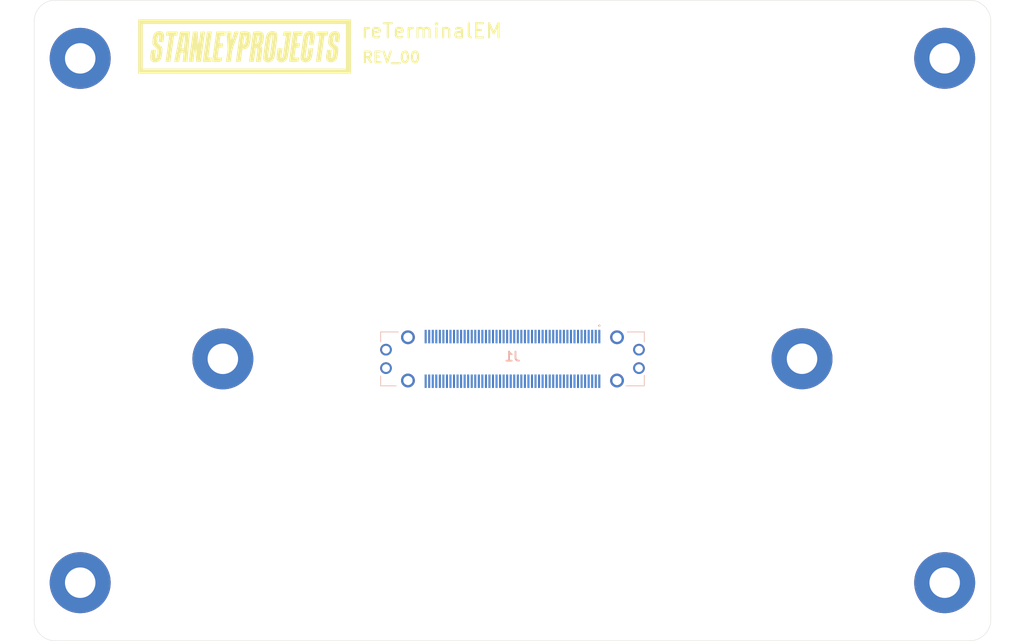
<source format=kicad_pcb>
(kicad_pcb (version 20211014) (generator pcbnew)
  (title_block (title "reTerminalEM") (date "2022-06-22") (rev "REV_00") (company "StanleyProjects.com"))
  (layers (0 "F.Cu" signal) (31 "B.Cu" signal) (34 "B.Paste" user) (35 "F.Paste" user) (36 "B.SilkS" user "B.Silkscreen") (37 "F.SilkS" user "F.Silkscreen") (38 "B.Mask" user) (39 "F.Mask" user) (44 "Edge.Cuts" user))
  (net 0 "")
  (net 1 "GND")
  (net 2 "+3V3")
  (net 3 "+5V")
  (footprint "MountingHole:MountingHole_4.3mm_M4_Pad" (layer "F.Cu") (at 88.61 135.5)
    (fp_text reference "REF*" hide)
    (fp_text value "MountingHole_4.3mm_M4_Pad")
    (pad "1" thru_hole circle locked (at 0.05 0) (size 8.6 8.6) (drill 4.3) (layers *.Cu *.Mask))
  )
  (footprint "MountingHole:MountingHole_4.3mm_M4_Pad" (layer "F.Cu") (at 108.74 103.91)
    (fp_text reference "REF**" hide)
    (fp_text value "MountingHole_4.3mm_M4_Pad")
    (pad "1" thru_hole circle locked (at 0.05 0) (size 8.6 8.6) (drill 4.3) (layers *.Cu *.Mask))
  )
  (footprint "MountingHole:MountingHole_4.3mm_M4_Pad" (layer "F.Cu") (at 190.52 103.9)
    (fp_text reference "REF**" hide)
    (fp_text value "MountingHole_4.3mm_M4_Pad")
    (pad "1" thru_hole circle locked (at 0 0) (size 8.6 8.6) (drill 4.3) (layers *.Cu *.Mask))
  )
  (footprint "MountingHole:MountingHole_4.3mm_M4_Pad" (layer "F.Cu") (at 88.61 61.51)
    (fp_text reference "REF**" hide)
    (fp_text value "MountingHole_4.3mm_M4_Pad")
    (pad "1" thru_hole circle locked (at 0.05 0) (size 8.6 8.6) (drill 4.3) (layers *.Cu *.Mask))
  )
  (footprint "MountingHole:MountingHole_4.3mm_M4_Pad" (layer "F.Cu") (at 210.6 135.5)
    (fp_text reference "REF**" hide)
    (fp_text value "MountingHole_4.3mm_M4_Pad")
    (pad "1" thru_hole circle locked (at 0.05 0) (size 8.6 8.6) (drill 4.3) (layers *.Cu *.Mask))
  )
  (footprint "StanleyProjects:X_Logo_stanleyprojects_30mm" (layer "F.Cu") (at 111.85 59.82)
    (fp_text reference "G***" hide)
    (fp_text value "LOGO" hide)
  )
  (footprint "MountingHole:MountingHole_4.3mm_M4_Pad" (layer "F.Cu") (at 210.6 61.5)
    (fp_text reference "REF**" hide)
    (fp_text value "MountingHole_4.3mm_M4_Pad")
    (pad "1" thru_hole circle locked (at 0.05 0) (size 8.6 8.6) (drill 4.3) (layers *.Cu *.Mask))
  )
  (footprint "reTerminalModule:FX23-100S-0.5SV" (layer "B.Cu") (at 149.6604 103.9196 180)
    (fp_text reference "J1" (at 0 0.325) (layer "B.SilkS") (effects (font (size 1.27 1.27) (thickness 0.254)) (justify mirror)))
    (fp_text value "FX23-100S-0.5SV" hide)
    (pad "1" smd rect locked (at -12.25 3.15 180) (size 0.3 1.9) (layers "B.Cu" "B.Paste" "B.Mask") (net 1 "GND"))
    (pad "2" smd rect locked (at -11.75 3.15 180) (size 0.3 1.9) (layers "B.Cu" "B.Paste" "B.Mask") (net 1 "GND"))
    (pad "3" smd rect locked (at -11.25 3.15 180) (size 0.3 1.9) (layers "B.Cu" "B.Paste" "B.Mask"))
    (pad "4" smd rect locked (at -10.75 3.15 180) (size 0.3 1.9) (layers "B.Cu" "B.Paste" "B.Mask"))
    (pad "5" smd rect locked (at -10.25 3.15 180) (size 0.3 1.9) (layers "B.Cu" "B.Paste" "B.Mask"))
    (pad "6" smd rect locked (at -9.75 3.15 180) (size 0.3 1.9) (layers "B.Cu" "B.Paste" "B.Mask"))
    (pad "7" smd rect locked (at -9.25 3.15 180) (size 0.3 1.9) (layers "B.Cu" "B.Paste" "B.Mask"))
    (pad "8" smd rect locked (at -8.75 3.15 180) (size 0.3 1.9) (layers "B.Cu" "B.Paste" "B.Mask") (net 1 "GND"))
    (pad "9" smd rect locked (at -8.25 3.15 180) (size 0.3 1.9) (layers "B.Cu" "B.Paste" "B.Mask"))
    (pad "10" smd rect locked (at -7.75 3.15 180) (size 0.3 1.9) (layers "B.Cu" "B.Paste" "B.Mask"))
    (pad "11" smd rect locked (at -7.25 3.15 180) (size 0.3 1.9) (layers "B.Cu" "B.Paste" "B.Mask") (net 1 "GND"))
    (pad "12" smd rect locked (at -6.75 3.15 180) (size 0.3 1.9) (layers "B.Cu" "B.Paste" "B.Mask"))
    (pad "13" smd rect locked (at -6.25 3.15 180) (size 0.3 1.9) (layers "B.Cu" "B.Paste" "B.Mask"))
    (pad "14" smd rect locked (at -5.75 3.15 180) (size 0.3 1.9) (layers "B.Cu" "B.Paste" "B.Mask") (net 1 "GND"))
    (pad "15" smd rect locked (at -5.25 3.15 180) (size 0.3 1.9) (layers "B.Cu" "B.Paste" "B.Mask"))
    (pad "16" smd rect locked (at -4.75 3.15 180) (size 0.3 1.9) (layers "B.Cu" "B.Paste" "B.Mask"))
    (pad "17" smd rect locked (at -4.25 3.15 180) (size 0.3 1.9) (layers "B.Cu" "B.Paste" "B.Mask"))
    (pad "18" smd rect locked (at -3.75 3.15 180) (size 0.3 1.9) (layers "B.Cu" "B.Paste" "B.Mask"))
    (pad "19" smd rect locked (at -3.25 3.15 180) (size 0.3 1.9) (layers "B.Cu" "B.Paste" "B.Mask"))
    (pad "20" smd rect locked (at -2.75 3.15 180) (size 0.3 1.9) (layers "B.Cu" "B.Paste" "B.Mask") (net 1 "GND"))
    (pad "21" smd rect locked (at -2.25 3.15 180) (size 0.3 1.9) (layers "B.Cu" "B.Paste" "B.Mask"))
    (pad "22" smd rect locked (at -1.75 3.15 180) (size 0.3 1.9) (layers "B.Cu" "B.Paste" "B.Mask"))
    (pad "23" smd rect locked (at -1.25 3.15 180) (size 0.3 1.9) (layers "B.Cu" "B.Paste" "B.Mask") (net 1 "GND"))
    (pad "24" smd rect locked (at -0.75 3.15 180) (size 0.3 1.9) (layers "B.Cu" "B.Paste" "B.Mask"))
    (pad "25" smd rect locked (at -0.25 3.15 180) (size 0.3 1.9) (layers "B.Cu" "B.Paste" "B.Mask"))
    (pad "26" smd rect locked (at 0.25 3.15 180) (size 0.3 1.9) (layers "B.Cu" "B.Paste" "B.Mask") (net 1 "GND"))
    (pad "27" smd rect locked (at 0.75 3.15 180) (size 0.3 1.9) (layers "B.Cu" "B.Paste" "B.Mask"))
    (pad "28" smd rect locked (at 1.25 3.15 180) (size 0.3 1.9) (layers "B.Cu" "B.Paste" "B.Mask"))
    (pad "29" smd rect locked (at 1.75 3.15 180) (size 0.3 1.9) (layers "B.Cu" "B.Paste" "B.Mask"))
    (pad "30" smd rect locked (at 2.25 3.15 180) (size 0.3 1.9) (layers "B.Cu" "B.Paste" "B.Mask"))
    (pad "31" smd rect locked (at 2.75 3.15 180) (size 0.3 1.9) (layers "B.Cu" "B.Paste" "B.Mask"))
    (pad "32" smd rect locked (at 3.25 3.15 180) (size 0.3 1.9) (layers "B.Cu" "B.Paste" "B.Mask") (net 1 "GND"))
    (pad "33" smd rect locked (at 3.75 3.15 180) (size 0.3 1.9) (layers "B.Cu" "B.Paste" "B.Mask"))
    (pad "34" smd rect locked (at 4.25 3.15 180) (size 0.3 1.9) (layers "B.Cu" "B.Paste" "B.Mask"))
    (pad "35" smd rect locked (at 4.75 3.15 180) (size 0.3 1.9) (layers "B.Cu" "B.Paste" "B.Mask"))
    (pad "36" smd rect locked (at 5.25 3.15 180) (size 0.3 1.9) (layers "B.Cu" "B.Paste" "B.Mask"))
    (pad "37" smd rect locked (at 5.75 3.15 180) (size 0.3 1.9) (layers "B.Cu" "B.Paste" "B.Mask"))
    (pad "38" smd rect locked (at 6.25 3.15 180) (size 0.3 1.9) (layers "B.Cu" "B.Paste" "B.Mask") (net 1 "GND"))
    (pad "39" smd rect locked (at 6.75 3.15 180) (size 0.3 1.9) (layers "B.Cu" "B.Paste" "B.Mask"))
    (pad "40" smd rect locked (at 7.25 3.15 180) (size 0.3 1.9) (layers "B.Cu" "B.Paste" "B.Mask"))
    (pad "41" smd rect locked (at 7.75 3.15 180) (size 0.3 1.9) (layers "B.Cu" "B.Paste" "B.Mask"))
    (pad "42" smd rect locked (at 8.25 3.15 180) (size 0.3 1.9) (layers "B.Cu" "B.Paste" "B.Mask"))
    (pad "43" smd rect locked (at 8.75 3.15 180) (size 0.3 1.9) (layers "B.Cu" "B.Paste" "B.Mask"))
    (pad "44" smd rect locked (at 9.25 3.15 180) (size 0.3 1.9) (layers "B.Cu" "B.Paste" "B.Mask") (net 1 "GND"))
    (pad "45" smd rect locked (at 9.75 3.15 180) (size 0.3 1.9) (layers "B.Cu" "B.Paste" "B.Mask"))
    (pad "46" smd rect locked (at 10.25 3.15 180) (size 0.3 1.9) (layers "B.Cu" "B.Paste" "B.Mask"))
    (pad "47" smd rect locked (at 10.75 3.15 180) (size 0.3 1.9) (layers "B.Cu" "B.Paste" "B.Mask"))
    (pad "48" smd rect locked (at 11.25 3.15 180) (size 0.3 1.9) (layers "B.Cu" "B.Paste" "B.Mask"))
    (pad "49" smd rect locked (at 11.75 3.15 180) (size 0.3 1.9) (layers "B.Cu" "B.Paste" "B.Mask"))
    (pad "50" smd rect locked (at 12.25 3.15 180) (size 0.3 1.9) (layers "B.Cu" "B.Paste" "B.Mask") (net 1 "GND"))
    (pad "51" smd rect locked (at -12.25 -3.15 180) (size 0.3 1.9) (layers "B.Cu" "B.Paste" "B.Mask"))
    (pad "52" smd rect locked (at -11.75 -3.15 180) (size 0.3 1.9) (layers "B.Cu" "B.Paste" "B.Mask"))
    (pad "53" smd rect locked (at -11.25 -3.15 180) (size 0.3 1.9) (layers "B.Cu" "B.Paste" "B.Mask"))
    (pad "54" smd rect locked (at -10.75 -3.15 180) (size 0.3 1.9) (layers "B.Cu" "B.Paste" "B.Mask"))
    (pad "55" smd rect locked (at -10.25 -3.15 180) (size 0.3 1.9) (layers "B.Cu" "B.Paste" "B.Mask"))
    (pad "56" smd rect locked (at -9.75 -3.15 180) (size 0.3 1.9) (layers "B.Cu" "B.Paste" "B.Mask") (net 1 "GND"))
    (pad "57" smd rect locked (at -9.25 -3.15 180) (size 0.3 1.9) (layers "B.Cu" "B.Paste" "B.Mask"))
    (pad "58" smd rect locked (at -8.75 -3.15 180) (size 0.3 1.9) (layers "B.Cu" "B.Paste" "B.Mask"))
    (pad "59" smd rect locked (at -8.25 -3.15 180) (size 0.3 1.9) (layers "B.Cu" "B.Paste" "B.Mask"))
    (pad "60" smd rect locked (at -7.75 -3.15 180) (size 0.3 1.9) (layers "B.Cu" "B.Paste" "B.Mask"))
    (pad "61" smd rect locked (at -7.25 -3.15 180) (size 0.3 1.9) (layers "B.Cu" "B.Paste" "B.Mask"))
    (pad "62" smd rect locked (at -6.75 -3.15 180) (size 0.3 1.9) (layers "B.Cu" "B.Paste" "B.Mask") (net 1 "GND"))
    (pad "63" smd rect locked (at -6.25 -3.15 180) (size 0.3 1.9) (layers "B.Cu" "B.Paste" "B.Mask") (net 1 "GND"))
    (pad "64" smd rect locked (at -5.75 -3.15 180) (size 0.3 1.9) (layers "B.Cu" "B.Paste" "B.Mask"))
    (pad "65" smd rect locked (at -5.25 -3.15 180) (size 0.3 1.9) (layers "B.Cu" "B.Paste" "B.Mask"))
    (pad "66" smd rect locked (at -4.75 -3.15 180) (size 0.3 1.9) (layers "B.Cu" "B.Paste" "B.Mask"))
    (pad "67" smd rect locked (at -4.25 -3.15 180) (size 0.3 1.9) (layers "B.Cu" "B.Paste" "B.Mask"))
    (pad "68" smd rect locked (at -3.75 -3.15 180) (size 0.3 1.9) (layers "B.Cu" "B.Paste" "B.Mask") (net 1 "GND"))
    (pad "69" smd rect locked (at -3.25 -3.15 180) (size 0.3 1.9) (layers "B.Cu" "B.Paste" "B.Mask"))
    (pad "70" smd rect locked (at -2.75 -3.15 180) (size 0.3 1.9) (layers "B.Cu" "B.Paste" "B.Mask"))
    (pad "71" smd rect locked (at -2.25 -3.15 180) (size 0.3 1.9) (layers "B.Cu" "B.Paste" "B.Mask"))
    (pad "72" smd rect locked (at -1.75 -3.15 180) (size 0.3 1.9) (layers "B.Cu" "B.Paste" "B.Mask"))
    (pad "73" smd rect locked (at -1.25 -3.15 180) (size 0.3 1.9) (layers "B.Cu" "B.Paste" "B.Mask"))
    (pad "74" smd rect locked (at -0.75 -3.15 180) (size 0.3 1.9) (layers "B.Cu" "B.Paste" "B.Mask") (net 1 "GND"))
    (pad "75" smd rect locked (at -0.25 -3.15 180) (size 0.3 1.9) (layers "B.Cu" "B.Paste" "B.Mask"))
    (pad "76" smd rect locked (at 0.25 -3.15 180) (size 0.3 1.9) (layers "B.Cu" "B.Paste" "B.Mask"))
    (pad "77" smd rect locked (at 0.75 -3.15 180) (size 0.3 1.9) (layers "B.Cu" "B.Paste" "B.Mask"))
    (pad "78" smd rect locked (at 1.25 -3.15 180) (size 0.3 1.9) (layers "B.Cu" "B.Paste" "B.Mask"))
    (pad "79" smd rect locked (at 1.75 -3.15 180) (size 0.3 1.9) (layers "B.Cu" "B.Paste" "B.Mask"))
    (pad "80" smd rect locked (at 2.25 -3.15 180) (size 0.3 1.9) (layers "B.Cu" "B.Paste" "B.Mask"))
    (pad "81" smd rect locked (at 2.75 -3.15 180) (size 0.3 1.9) (layers "B.Cu" "B.Paste" "B.Mask"))
    (pad "82" smd rect locked (at 3.25 -3.15 180) (size 0.3 1.9) (layers "B.Cu" "B.Paste" "B.Mask"))
    (pad "83" smd rect locked (at 3.75 -3.15 180) (size 0.3 1.9) (layers "B.Cu" "B.Paste" "B.Mask"))
    (pad "84" smd rect locked (at 4.25 -3.15 180) (size 0.3 1.9) (layers "B.Cu" "B.Paste" "B.Mask"))
    (pad "85" smd rect locked (at 4.75 -3.15 180) (size 0.3 1.9) (layers "B.Cu" "B.Paste" "B.Mask"))
    (pad "86" smd rect locked (at 5.25 -3.15 180) (size 0.3 1.9) (layers "B.Cu" "B.Paste" "B.Mask"))
    (pad "87" smd rect locked (at 5.75 -3.15 180) (size 0.3 1.9) (layers "B.Cu" "B.Paste" "B.Mask"))
    (pad "88" smd rect locked (at 6.25 -3.15 180) (size 0.3 1.9) (layers "B.Cu" "B.Paste" "B.Mask"))
    (pad "89" smd rect locked (at 6.75 -3.15 180) (size 0.3 1.9) (layers "B.Cu" "B.Paste" "B.Mask"))
    (pad "90" smd rect locked (at 7.25 -3.15 180) (size 0.3 1.9) (layers "B.Cu" "B.Paste" "B.Mask"))
    (pad "91" smd rect locked (at 7.75 -3.15 180) (size 0.3 1.9) (layers "B.Cu" "B.Paste" "B.Mask"))
    (pad "92" smd rect locked (at 8.25 -3.15 180) (size 0.3 1.9) (layers "B.Cu" "B.Paste" "B.Mask"))
    (pad "93" smd rect locked (at 8.75 -3.15 180) (size 0.3 1.9) (layers "B.Cu" "B.Paste" "B.Mask"))
    (pad "94" smd rect locked (at 9.25 -3.15 180) (size 0.3 1.9) (layers "B.Cu" "B.Paste" "B.Mask"))
    (pad "95" smd rect locked (at 9.75 -3.15 180) (size 0.3 1.9) (layers "B.Cu" "B.Paste" "B.Mask"))
    (pad "96" smd rect locked (at 10.25 -3.15 180) (size 0.3 1.9) (layers "B.Cu" "B.Paste" "B.Mask"))
    (pad "97" smd rect locked (at 10.75 -3.15 180) (size 0.3 1.9) (layers "B.Cu" "B.Paste" "B.Mask"))
    (pad "98" smd rect locked (at 11.25 -3.15 180) (size 0.3 1.9) (layers "B.Cu" "B.Paste" "B.Mask"))
    (pad "99" smd rect locked (at 11.75 -3.15 180) (size 0.3 1.9) (layers "B.Cu" "B.Paste" "B.Mask"))
    (pad "100" smd rect locked (at 12.25 -3.15 180) (size 0.3 1.9) (layers "B.Cu" "B.Paste" "B.Mask"))
    (pad "MH1" thru_hole circle locked (at -17.85 1.3 180) (size 1.65 1.65) (drill 1.1) (layers *.Cu *.Mask) (net 1 "GND"))
    (pad "MH2" thru_hole circle locked (at 17.85 1.3 180) (size 1.65 1.65) (drill 1.1) (layers *.Cu *.Mask) (net 1 "GND"))
    (pad "MH3" thru_hole circle locked (at -17.85 -1.3 180) (size 1.65 1.65) (drill 1.1) (layers *.Cu *.Mask) (net 1 "GND"))
    (pad "MH4" thru_hole circle locked (at 17.85 -1.3 180) (size 1.65 1.65) (drill 1.1) (layers *.Cu *.Mask) (net 1 "GND"))
    (pad "P1" thru_hole circle locked (at -14.75 3.05 180) (size 1.95 1.95) (drill 1.3) (layers *.Cu *.Mask) (net 2 "+3V3"))
    (pad "P2" thru_hole circle locked (at 14.75 3.05 180) (size 1.95 1.95) (drill 1.3) (layers *.Cu *.Mask) (net 3 "+5V"))
    (pad "P3" thru_hole circle locked (at -14.75 -3.05 180) (size 1.95 1.95) (drill 1.3) (layers *.Cu *.Mask) (net 2 "+3V3"))
    (pad "P4" thru_hole circle locked (at 14.75 -3.05 180) (size 1.95 1.95) (drill 1.3) (layers *.Cu *.Mask) (net 3 "+5V"))
  )
  (gr_arc (start 85.158973 143.7) (mid 83.037653 142.82132) (end 82.158973 140.7) (layer "Edge.Cuts") (width 0.05))
  (gr_line (start 82.158973 56.3) (end 82.158973 140.7) (layer "Edge.Cuts") (width 0.05))
  (gr_arc (start 214.158973 53.3) (mid 216.280293 54.17868) (end 217.158973 56.3) (layer "Edge.Cuts") (width 0.05))
  (gr_line (start 214.158973 53.3) (end 85.158973 53.3) (layer "Edge.Cuts") (width 0.05))
  (gr_line (start 85.158973 143.7) (end 214.158973 143.7) (layer "Edge.Cuts") (width 0.05))
  (gr_arc (start 217.158973 140.7) (mid 216.280293 142.82132) (end 214.158973 143.7) (layer "Edge.Cuts") (width 0.05))
  (gr_arc (start 82.158973 56.3) (mid 83.037653 54.17868) (end 85.158973 53.3) (layer "Edge.Cuts") (width 0.05))
  (gr_line (start 217.158973 140.7) (end 217.158973 56.3) (layer "Edge.Cuts") (width 0.05))
  (gr_text "REV_00" (at 132.55 61.37) (layer "F.SilkS") (effects (font (size 1.5 1.5) (thickness 0.3))))
  (gr_text "reTerminalEM" (at 138.26 57.64) (layer "F.SilkS") (effects (font (size 2 2) (thickness 0.3))))
)
</source>
